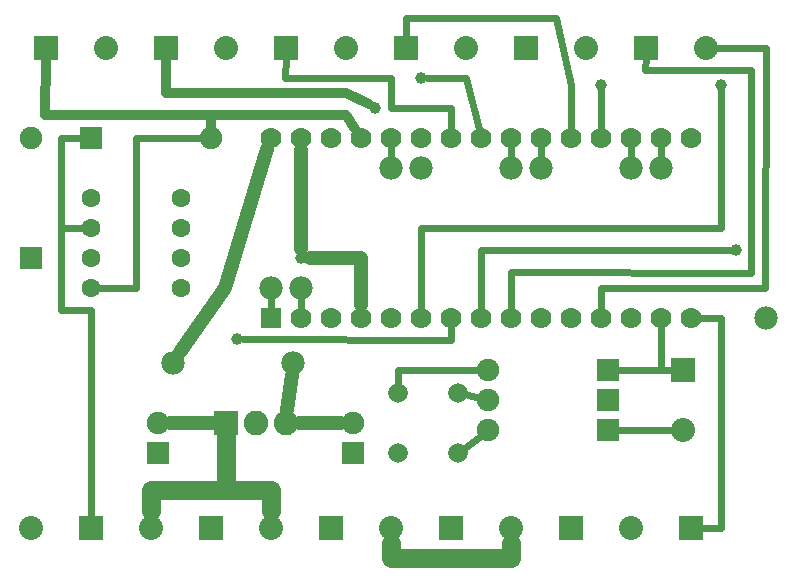
<source format=gtl>
G04 MADE WITH FRITZING*
G04 WWW.FRITZING.ORG*
G04 DOUBLE SIDED*
G04 HOLES PLATED*
G04 CONTOUR ON CENTER OF CONTOUR VECTOR*
%ASAXBY*%
%FSLAX23Y23*%
%MOIN*%
%OFA0B0*%
%SFA1.0B1.0*%
%ADD10C,0.039370*%
%ADD11C,0.078000*%
%ADD12C,0.065418*%
%ADD13C,0.070000*%
%ADD14C,0.063000*%
%ADD15C,0.075000*%
%ADD16C,0.080000*%
%ADD17C,0.082000*%
%ADD18R,0.070000X0.069972*%
%ADD19R,0.075000X0.075000*%
%ADD20R,0.080000X0.080000*%
%ADD21R,0.082000X0.082000*%
%ADD22C,0.048000*%
%ADD23C,0.024000*%
%ADD24C,0.064000*%
%ADD25C,0.032000*%
%LNCOPPER1*%
G90*
G70*
G54D10*
X894Y1077D03*
G54D11*
X1106Y1250D03*
X1006Y1250D03*
X1506Y1650D03*
X1406Y1650D03*
X1906Y1650D03*
X1806Y1650D03*
X2306Y1650D03*
X2206Y1650D03*
G54D12*
X1631Y900D03*
X1631Y700D03*
X1431Y900D03*
X1431Y700D03*
G54D13*
X1006Y1150D03*
X1106Y1150D03*
X1206Y1150D03*
X1306Y1150D03*
X1406Y1150D03*
X1506Y1150D03*
X1606Y1150D03*
X1706Y1150D03*
X1806Y1150D03*
X1906Y1150D03*
X2006Y1150D03*
X2106Y1150D03*
X2206Y1150D03*
X2306Y1150D03*
X2406Y1150D03*
X1006Y1750D03*
X1106Y1750D03*
X1206Y1750D03*
X1306Y1750D03*
X1406Y1750D03*
X1506Y1750D03*
X1606Y1750D03*
X1706Y1750D03*
X1806Y1750D03*
X1906Y1750D03*
X2006Y1750D03*
X2106Y1750D03*
X2206Y1750D03*
X2306Y1750D03*
X2406Y1750D03*
G54D14*
X706Y1250D03*
X706Y1350D03*
X706Y1450D03*
X706Y1550D03*
X406Y1550D03*
X406Y1450D03*
X406Y1350D03*
X406Y1250D03*
X706Y1250D03*
X706Y1350D03*
X706Y1450D03*
X706Y1550D03*
X406Y1550D03*
X406Y1450D03*
X406Y1350D03*
X406Y1250D03*
G54D15*
X206Y1350D03*
X206Y1750D03*
X406Y1750D03*
X806Y1750D03*
G54D16*
X1606Y450D03*
X1406Y450D03*
X1206Y450D03*
X1006Y450D03*
X406Y450D03*
X206Y450D03*
X656Y2050D03*
X856Y2050D03*
X2256Y2050D03*
X2456Y2050D03*
X1856Y2050D03*
X2056Y2050D03*
X256Y2050D03*
X456Y2050D03*
X1456Y2050D03*
X1656Y2050D03*
X1056Y2050D03*
X1256Y2050D03*
X806Y450D03*
X606Y450D03*
X2406Y450D03*
X2206Y450D03*
X2006Y450D03*
X1806Y450D03*
G54D17*
X856Y800D03*
X956Y800D03*
X1056Y800D03*
G54D15*
X1281Y700D03*
X1281Y800D03*
X631Y700D03*
X631Y800D03*
G54D10*
X1106Y1350D03*
G54D15*
X2131Y775D03*
X1731Y775D03*
X2131Y975D03*
X1731Y975D03*
X2131Y875D03*
X1731Y875D03*
G54D10*
X1354Y1850D03*
G54D11*
X1081Y1000D03*
X681Y1000D03*
X1081Y1000D03*
X681Y1000D03*
G54D10*
X2506Y1924D03*
X2557Y1376D03*
G54D11*
X2656Y1150D03*
G54D10*
X1506Y1950D03*
X2106Y1924D03*
G54D16*
X2381Y975D03*
X2381Y775D03*
G54D18*
X1006Y1150D03*
G54D19*
X206Y1350D03*
X406Y1750D03*
G54D20*
X1606Y450D03*
X1206Y450D03*
X406Y450D03*
X656Y2050D03*
X2256Y2050D03*
X1856Y2050D03*
X256Y2050D03*
X1456Y2050D03*
X1056Y2050D03*
X806Y450D03*
X2406Y450D03*
X2006Y450D03*
G54D21*
X856Y800D03*
G54D19*
X1281Y700D03*
X631Y700D03*
X2131Y775D03*
X2131Y975D03*
X2131Y875D03*
G54D20*
X2381Y975D03*
G54D22*
X994Y1712D02*
X854Y1250D01*
D02*
X854Y1250D02*
X704Y1035D01*
D02*
X1075Y959D02*
X1061Y843D01*
G54D23*
D02*
X1606Y1075D02*
X913Y1077D01*
D02*
X1606Y1121D02*
X1606Y1075D01*
G54D22*
D02*
X812Y800D02*
X670Y800D01*
G54D24*
D02*
X1806Y350D02*
X1806Y397D01*
D02*
X1406Y350D02*
X1806Y350D01*
D02*
X1406Y397D02*
X1406Y350D01*
G54D25*
D02*
X806Y1824D02*
X806Y1785D01*
D02*
X806Y1824D02*
X1257Y1824D01*
D02*
X254Y1824D02*
X806Y1824D01*
D02*
X1257Y1824D02*
X1287Y1779D01*
D02*
X255Y2014D02*
X254Y1824D01*
G54D23*
D02*
X306Y1176D02*
X306Y1450D01*
D02*
X406Y1176D02*
X306Y1176D01*
D02*
X306Y1450D02*
X378Y1450D01*
D02*
X406Y481D02*
X406Y1176D01*
D02*
X1006Y1220D02*
X1006Y1179D01*
D02*
X1106Y1179D02*
X1106Y1220D01*
G54D22*
D02*
X1306Y1350D02*
X1306Y1191D01*
D02*
X1136Y1350D02*
X1306Y1350D01*
G54D23*
D02*
X1703Y882D02*
X1663Y892D01*
D02*
X1708Y758D02*
X1657Y720D01*
D02*
X2206Y1721D02*
X2206Y1680D01*
D02*
X2306Y1721D02*
X2306Y1680D01*
D02*
X1906Y1721D02*
X1906Y1680D01*
D02*
X1806Y1721D02*
X1806Y1680D01*
D02*
X1406Y1721D02*
X1406Y1680D01*
D02*
X557Y1250D02*
X557Y1750D01*
D02*
X433Y1250D02*
X557Y1250D01*
D02*
X557Y1750D02*
X777Y1750D01*
G54D22*
D02*
X1106Y1710D02*
X1106Y1380D01*
D02*
X1099Y800D02*
X1241Y800D01*
G54D23*
D02*
X306Y1750D02*
X306Y1450D01*
D02*
X306Y1450D02*
X378Y1450D01*
D02*
X377Y1750D02*
X306Y1750D01*
D02*
X2657Y2050D02*
X2654Y1250D01*
D02*
X2654Y1250D02*
X2106Y1250D01*
D02*
X2106Y1250D02*
X2106Y1179D01*
D02*
X2487Y2050D02*
X2657Y2050D01*
D02*
X2254Y1976D02*
X2255Y2019D01*
D02*
X2606Y1976D02*
X2254Y1976D01*
D02*
X1806Y1179D02*
X1806Y1302D01*
D02*
X2606Y1298D02*
X2606Y1976D01*
D02*
X1806Y1302D02*
X2606Y1298D01*
G54D25*
D02*
X1257Y1899D02*
X1332Y1861D01*
D02*
X657Y1898D02*
X1257Y1899D01*
D02*
X656Y2014D02*
X657Y1898D01*
G54D23*
D02*
X2006Y1924D02*
X1957Y2150D01*
D02*
X1957Y2150D02*
X1457Y2150D01*
D02*
X2006Y1779D02*
X2006Y1924D01*
D02*
X1457Y2150D02*
X1456Y2081D01*
D02*
X1406Y1850D02*
X1406Y1950D01*
D02*
X1406Y1950D02*
X1054Y1950D01*
D02*
X1606Y1850D02*
X1406Y1850D01*
D02*
X1054Y1950D02*
X1055Y2019D01*
D02*
X1606Y1779D02*
X1606Y1850D01*
D02*
X1657Y1950D02*
X1525Y1950D01*
D02*
X1699Y1779D02*
X1657Y1950D01*
D02*
X2435Y1150D02*
X2506Y1150D01*
D02*
X2506Y450D02*
X2437Y450D01*
D02*
X2506Y1150D02*
X2506Y450D01*
D02*
X2538Y1376D02*
X1706Y1376D01*
D02*
X1706Y1376D02*
X1706Y1179D01*
D02*
X2506Y1450D02*
X1506Y1450D01*
D02*
X1506Y1450D02*
X1506Y1179D01*
D02*
X2506Y1905D02*
X2506Y1450D01*
D02*
X2349Y775D02*
X2159Y775D01*
D02*
X2106Y1779D02*
X2106Y1905D01*
D02*
X2306Y1121D02*
X2306Y976D01*
D02*
X2306Y976D02*
X2159Y976D01*
D02*
X2306Y976D02*
X2349Y976D01*
D02*
X2306Y1121D02*
X2306Y976D01*
D02*
X1431Y933D02*
X1431Y976D01*
D02*
X1431Y976D02*
X1702Y975D01*
G54D24*
D02*
X1006Y576D02*
X857Y576D01*
D02*
X606Y576D02*
X606Y504D01*
D02*
X1006Y504D02*
X1006Y576D01*
D02*
X857Y576D02*
X606Y576D01*
D02*
X857Y576D02*
X856Y768D01*
G04 End of Copper1*
M02*
</source>
